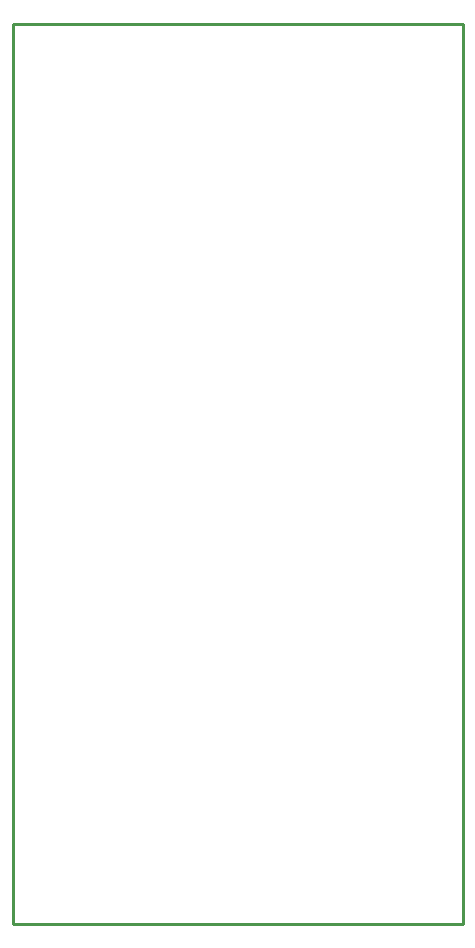
<source format=gbr>
%TF.GenerationSoftware,Altium Limited,Altium Designer,22.11.1 (43)*%
G04 Layer_Color=16711935*
%FSLAX45Y45*%
%MOMM*%
%TF.SameCoordinates,5DEA204F-CF78-4797-B912-E701730AB70B*%
%TF.FilePolarity,Positive*%
%TF.FileFunction,Other,Mechanical_1*%
%TF.Part,Single*%
G01*
G75*
%TA.AperFunction,NonConductor*%
%ADD16C,0.25400*%
D16*
X8534400Y4635500D02*
X12344400D01*
X8534400Y12255500D02*
X12344400D01*
Y4635500D02*
Y12255500D01*
X8534400Y4635500D02*
Y12255500D01*
%TF.MD5,9ba3fa28d1e96efd63fad9a0db2216a0*%
M02*

</source>
